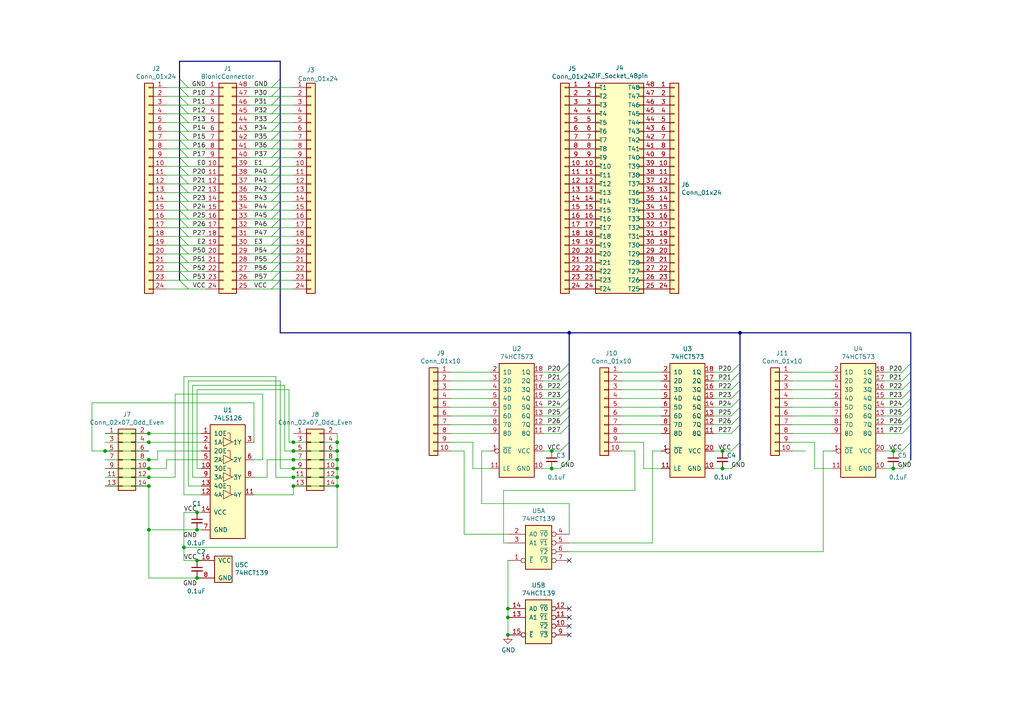
<source format=kicad_sch>
(kicad_sch (version 20211123) (generator eeschema)
  (paper "A4")
  (title_block (title "BionicMezzanine DIP48") (date "2021-11-03") (rev "1") (company "Tadashi G. Takaoka"))
  (lib_symbols
    (symbol "0-LocalLibrary:74HCT139" (pin_names (offset 1.016))
      (property "Reference" "U" (at -7.62 8.89 0))
      (property "Value" "74HCT139" (at 0 -5.08 0))
      (symbol "74HCT139_1_0"
        (pin input inverted (at -8.89 -5.08 0) (length 5.08) (name "~{E}") (number "1"))
        (pin input line (at -8.89 2.54 0) (length 5.08) (name "A0") (number "2"))
        (pin input line (at -8.89 0 0) (length 5.08) (name "A1") (number "3"))
        (pin output inverted (at 8.89 2.54 180) (length 5.08) (name "~{Y0}") (number "4"))
        (pin output inverted (at 8.89 0 180) (length 5.08) (name "~{Y1}") (number "5"))
        (pin output inverted (at 8.89 -2.54 180) (length 5.08) (name "~{Y2}") (number "6"))
        (pin output inverted (at 8.89 -5.08 180) (length 5.08) (name "~{Y3}") (number "7"))
      )
      (symbol "74HCT139_2_0"
        (pin output inverted (at 8.89 -2.54 180) (length 5.08) (name "~{Y2}") (number "10"))
        (pin output inverted (at 8.89 0 180) (length 5.08) (name "~{Y1}") (number "11"))
        (pin output inverted (at 8.89 2.54 180) (length 5.08) (name "~{Y0}") (number "12"))
        (pin input line (at -8.89 0 0) (length 5.08) (name "A1") (number "13"))
        (pin input line (at -8.89 2.54 0) (length 5.08) (name "A0") (number "14"))
        (pin input inverted (at -8.89 -5.08 0) (length 5.08) (name "~{E}") (number "15"))
        (pin output inverted (at 8.89 -5.08 180) (length 5.08) (name "~{Y3}") (number "9"))
      )
      (symbol "74HCT139_3_0"
        (pin power_in line (at -7.62 2.54 0) (length 5.08) (name "VCC") (number "16"))
        (pin power_in line (at -7.62 -2.54 0) (length 5.08) (name "GND") (number "8"))
      )
    )
    (symbol "0-LocalLibrary:74HCT573" (pin_names (offset 1.016))
      (property "Reference" "U" (at -7.62 16.51 0))
      (property "Value" "74HCT573" (at -7.62 -20.32 0))
      (symbol "74HCT573_1_0"
        (pin input inverted (at -7.62 -10.16 0) (length 2.54) (name "~{OE}") (number "1"))
        (pin power_in line (at 7.62 -15.24 180) (length 2.54) (name "GND") (number "10"))
        (pin output line (at 7.62 -5.08 180) (length 2.54) (name "8Q") (number "11"))
        (pin input line (at -7.62 -15.24 0) (length 2.54) (name "LE") (number "11"))
        (pin output line (at 7.62 -2.54 180) (length 2.54) (name "7Q") (number "12"))
        (pin output line (at 7.62 0 180) (length 2.54) (name "6Q") (number "13"))
        (pin output line (at 7.62 2.54 180) (length 2.54) (name "5Q") (number "14"))
        (pin output line (at 7.62 5.08 180) (length 2.54) (name "4Q") (number "15"))
        (pin output line (at 7.62 7.62 180) (length 2.54) (name "3Q") (number "16"))
        (pin output line (at 7.62 10.16 180) (length 2.54) (name "2Q") (number "17"))
        (pin output line (at 7.62 12.7 180) (length 2.54) (name "1Q") (number "18"))
        (pin input line (at -7.62 12.7 0) (length 2.54) (name "1D") (number "2"))
        (pin power_in line (at 7.62 -10.16 180) (length 2.54) (name "VCC") (number "20"))
        (pin input line (at -7.62 10.16 0) (length 2.54) (name "2D") (number "3"))
        (pin input line (at -7.62 7.62 0) (length 2.54) (name "3D") (number "4"))
        (pin input line (at -7.62 5.08 0) (length 2.54) (name "4D") (number "5"))
        (pin input line (at -7.62 2.54 0) (length 2.54) (name "5D") (number "6"))
        (pin input line (at -7.62 0 0) (length 2.54) (name "6D") (number "7"))
        (pin input line (at -7.62 -2.54 0) (length 2.54) (name "7D") (number "8"))
        (pin input line (at -7.62 -5.08 0) (length 2.54) (name "8D") (number "9"))
      )
    )
    (symbol "0-LocalLibrary:74LS126" (pin_names (offset 1.016))
      (property "Reference" "U" (at 0 16.51 0))
      (property "Value" "74LS126" (at 0 -19.05 0))
      (symbol "74LS126_1_0"
        (pin input line (at -7.62 12.7 0) (length 2.54) (name "1OE") (number "1"))
        (pin input line (at -7.62 2.54 0) (length 2.54) (name "3OE") (number "10"))
        (pin tri_state line (at 7.62 -5.08 180) (length 2.54) (name "4Y") (number "11"))
        (pin input line (at -7.62 -5.08 0) (length 2.54) (name "4A") (number "12"))
        (pin input line (at -7.62 -2.54 0) (length 2.54) (name "4OE") (number "13"))
        (pin power_in line (at -7.62 -10.16 0) (length 2.54) (name "VCC") (number "14"))
        (pin input line (at -7.62 10.16 0) (length 2.54) (name "1A") (number "2"))
        (pin tri_state line (at 7.62 10.16 180) (length 2.54) (name "1Y") (number "3"))
        (pin input line (at -7.62 7.62 0) (length 2.54) (name "2OE") (number "4"))
        (pin input line (at -7.62 5.08 0) (length 2.54) (name "2A") (number "5"))
        (pin tri_state line (at 7.62 5.08 180) (length 2.54) (name "2Y") (number "6"))
        (pin power_in line (at -7.62 -15.24 0) (length 2.54) (name "GND") (number "7"))
        (pin tri_state line (at 7.62 0 180) (length 2.54) (name "3Y") (number "8"))
        (pin input line (at -7.62 0 0) (length 2.54) (name "3A") (number "9"))
      )
    )
    (symbol "0-LocalLibrary:BionicConnector" (pin_names (offset 0) hide)
      (property "Reference" "J" (at 3.81 30.48 0))
      (property "Value" "BionicConnector" (at 3.81 33.02 0))
      (symbol "BionicConnector_1_1"
        (pin power_out line (at -5.08 27.94 0) (length 3.81) (name "GND") (number "1"))
        (pin bidirectional line (at -5.08 5.08 0) (length 3.81) (name "E0") (number "10"))
        (pin bidirectional line (at -5.08 2.54 0) (length 3.81) (name "P20") (number "11"))
        (pin bidirectional line (at -5.08 0 0) (length 3.81) (name "P21") (number "12"))
        (pin bidirectional line (at -5.08 -2.54 0) (length 3.81) (name "P22") (number "13"))
        (pin bidirectional line (at -5.08 -5.08 0) (length 3.81) (name "P23") (number "14"))
        (pin bidirectional line (at -5.08 -7.62 0) (length 3.81) (name "P24") (number "15"))
        (pin bidirectional line (at -5.08 -10.16 0) (length 3.81) (name "P25") (number "16"))
        (pin bidirectional line (at -5.08 -12.7 0) (length 3.81) (name "P26") (number "17"))
        (pin bidirectional line (at -5.08 -15.24 0) (length 3.81) (name "P27") (number "18"))
        (pin bidirectional line (at -5.08 -17.78 0) (length 3.81) (name "E2") (number "19"))
        (pin bidirectional line (at -5.08 25.4 0) (length 3.81) (name "P10") (number "2"))
        (pin bidirectional line (at -5.08 -20.32 0) (length 3.81) (name "P50") (number "20"))
        (pin bidirectional line (at -5.08 -22.86 0) (length 3.81) (name "P51") (number "21"))
        (pin bidirectional line (at -5.08 -25.4 0) (length 3.81) (name "P52") (number "22"))
        (pin bidirectional line (at -5.08 -27.94 0) (length 3.81) (name "P53") (number "23"))
        (pin power_out line (at -5.08 -30.48 0) (length 3.81) (name "VCC") (number "24"))
        (pin power_in line (at 7.62 -30.48 180) (length 3.81) (name "VCC") (number "25"))
        (pin bidirectional line (at 7.62 -27.94 180) (length 3.81) (name "P57") (number "26"))
        (pin bidirectional line (at 7.62 -25.4 180) (length 3.81) (name "P56") (number "27"))
        (pin bidirectional line (at 7.62 -22.86 180) (length 3.81) (name "P55") (number "28"))
        (pin bidirectional line (at 7.62 -20.32 180) (length 3.81) (name "P54") (number "29"))
        (pin bidirectional line (at -5.08 22.86 0) (length 3.81) (name "P11") (number "3"))
        (pin bidirectional line (at 7.62 -17.78 180) (length 3.81) (name "E3") (number "30"))
        (pin bidirectional line (at 7.62 -15.24 180) (length 3.81) (name "P47") (number "31"))
        (pin bidirectional line (at 7.62 -12.7 180) (length 3.81) (name "P46") (number "32"))
        (pin bidirectional line (at 7.62 -10.16 180) (length 3.81) (name "P45") (number "33"))
        (pin bidirectional line (at 7.62 -7.62 180) (length 3.81) (name "P44") (number "34"))
        (pin bidirectional line (at 7.62 -5.08 180) (length 3.81) (name "P43") (number "35"))
        (pin bidirectional line (at 7.62 -2.54 180) (length 3.81) (name "P42") (number "36"))
        (pin bidirectional line (at 7.62 0 180) (length 3.81) (name "P41") (number "37"))
        (pin bidirectional line (at 7.62 2.54 180) (length 3.81) (name "P40") (number "38"))
        (pin bidirectional line (at 7.62 5.08 180) (length 3.81) (name "E1") (number "39"))
        (pin bidirectional line (at -5.08 20.32 0) (length 3.81) (name "P12") (number "4"))
        (pin bidirectional line (at 7.62 7.62 180) (length 3.81) (name "P37") (number "40"))
        (pin bidirectional line (at 7.62 10.16 180) (length 3.81) (name "P36") (number "41"))
        (pin bidirectional line (at 7.62 12.7 180) (length 3.81) (name "P35") (number "42"))
        (pin bidirectional line (at 7.62 15.24 180) (length 3.81) (name "P34") (number "43"))
        (pin bidirectional line (at 7.62 17.78 180) (length 3.81) (name "P33") (number "44"))
        (pin bidirectional line (at 7.62 20.32 180) (length 3.81) (name "P32") (number "45"))
        (pin bidirectional line (at 7.62 22.86 180) (length 3.81) (name "P31") (number "46"))
        (pin bidirectional line (at 7.62 25.4 180) (length 3.81) (name "P30") (number "47"))
        (pin power_in line (at 7.62 27.94 180) (length 3.81) (name "GND") (number "48"))
        (pin bidirectional line (at -5.08 17.78 0) (length 3.81) (name "P13") (number "5"))
        (pin bidirectional line (at -5.08 15.24 0) (length 3.81) (name "P14") (number "6"))
        (pin bidirectional line (at -5.08 12.7 0) (length 3.81) (name "P15") (number "7"))
        (pin bidirectional line (at -5.08 10.16 0) (length 3.81) (name "P16") (number "8"))
        (pin bidirectional line (at -5.08 7.62 0) (length 3.81) (name "P17") (number "9"))
      )
    )
    (symbol "0-LocalLibrary:ZIF_Socket_48pin" (pin_names (offset 1.016))
      (property "Reference" "J" (at 5.08 30.48 0))
      (property "Value" "ZIF_Socket_48pin" (at 5.08 0 90))
      (symbol "ZIF_Socket_48pin_1_1"
        (pin passive line (at -5.08 27.94 0) (length 3.81) (name "T1") (number "1"))
        (pin passive line (at -5.08 5.08 0) (length 3.81) (name "T10") (number "10"))
        (pin passive line (at -5.08 2.54 0) (length 3.81) (name "T11") (number "11"))
        (pin passive line (at -5.08 0 0) (length 3.81) (name "T12") (number "12"))
        (pin passive line (at -5.08 -2.54 0) (length 3.81) (name "T13") (number "13"))
        (pin passive line (at -5.08 -5.08 0) (length 3.81) (name "T14") (number "14"))
        (pin passive line (at -5.08 -7.62 0) (length 3.81) (name "T15") (number "15"))
        (pin passive line (at -5.08 -10.16 0) (length 3.81) (name "T16") (number "16"))
        (pin passive line (at -5.08 -12.7 0) (length 3.81) (name "T17") (number "17"))
        (pin passive line (at -5.08 -15.24 0) (length 3.81) (name "T18") (number "18"))
        (pin passive line (at -5.08 -17.78 0) (length 3.81) (name "T19") (number "19"))
        (pin passive line (at -5.08 25.4 0) (length 3.81) (name "T2") (number "2"))
        (pin passive line (at -5.08 -20.32 0) (length 3.81) (name "T20") (number "20"))
        (pin passive line (at -5.08 -22.86 0) (length 3.81) (name "T21") (number "21"))
        (pin passive line (at -5.08 -25.4 0) (length 3.81) (name "T22") (number "22"))
        (pin passive line (at -5.08 -27.94 0) (length 3.81) (name "T23") (number "23"))
        (pin passive line (at -5.08 -30.48 0) (length 3.81) (name "T24") (number "24"))
        (pin passive line (at 16.51 -30.48 180) (length 3.81) (name "T25") (number "25"))
        (pin passive line (at 16.51 -27.94 180) (length 3.81) (name "T26") (number "26"))
        (pin passive line (at 16.51 -25.4 180) (length 3.81) (name "T27") (number "27"))
        (pin passive line (at 16.51 -22.86 180) (length 3.81) (name "T28") (number "28"))
        (pin passive line (at 16.51 -20.32 180) (length 3.81) (name "T29") (number "29"))
        (pin passive line (at -5.08 22.86 0) (length 3.81) (name "T3") (number "3"))
        (pin passive line (at 16.51 -17.78 180) (length 3.81) (name "T30") (number "30"))
        (pin passive line (at 16.51 -15.24 180) (length 3.81) (name "T31") (number "31"))
        (pin passive line (at 16.51 -12.7 180) (length 3.81) (name "T32") (number "32"))
        (pin passive line (at 16.51 -10.16 180) (length 3.81) (name "T33") (number "33"))
        (pin passive line (at 16.51 -7.62 180) (length 3.81) (name "T34") (number "34"))
        (pin passive line (at 16.51 -5.08 180) (length 3.81) (name "T35") (number "35"))
        (pin passive line (at 16.51 -2.54 180) (length 3.81) (name "T36") (number "36"))
        (pin passive line (at 16.51 0 180) (length 3.81) (name "T37") (number "37"))
        (pin passive line (at 16.51 2.54 180) (length 3.81) (name "T38") (number "38"))
        (pin passive line (at 16.51 5.08 180) (length 3.81) (name "T39") (number "39"))
        (pin passive line (at -5.08 20.32 0) (length 3.81) (name "T4") (number "4"))
        (pin passive line (at 16.51 7.62 180) (length 3.81) (name "T40") (number "40"))
        (pin passive line (at 16.51 10.16 180) (length 3.81) (name "T41") (number "41"))
        (pin passive line (at 16.51 12.7 180) (length 3.81) (name "T42") (number "42"))
        (pin passive line (at 16.51 15.24 180) (length 3.81) (name "T43") (number "43"))
        (pin passive line (at 16.51 17.78 180) (length 3.81) (name "T44") (number "44"))
        (pin passive line (at 16.51 20.32 180) (length 3.81) (name "T45") (number "45"))
        (pin passive line (at 16.51 22.86 180) (length 3.81) (name "T46") (number "46"))
        (pin passive line (at 16.51 25.4 180) (length 3.81) (name "T47") (number "47"))
        (pin passive line (at 16.51 27.94 180) (length 3.81) (name "T48") (number "48"))
        (pin passive line (at -5.08 17.78 0) (length 3.81) (name "T5") (number "5"))
        (pin passive line (at -5.08 15.24 0) (length 3.81) (name "T6") (number "6"))
        (pin passive line (at -5.08 12.7 0) (length 3.81) (name "T7") (number "7"))
        (pin passive line (at -5.08 10.16 0) (length 3.81) (name "T8") (number "8"))
        (pin passive line (at -5.08 7.62 0) (length 3.81) (name "T9") (number "9"))
      )
    )
    (symbol "Connector_Generic:Conn_01x10" (pin_names (offset 1.016) hide)
      (property "Reference" "J" (at 0 12.7 0))
      (property "Value" "Conn_01x10" (at 0 -15.24 0))
      (symbol "Conn_01x10_1_1"
        (pin passive line (at -5.08 10.16 0) (length 3.81) (name "Pin_1") (number "1"))
        (pin passive line (at -5.08 -12.7 0) (length 3.81) (name "Pin_10") (number "10"))
        (pin passive line (at -5.08 7.62 0) (length 3.81) (name "Pin_2") (number "2"))
        (pin passive line (at -5.08 5.08 0) (length 3.81) (name "Pin_3") (number "3"))
        (pin passive line (at -5.08 2.54 0) (length 3.81) (name "Pin_4") (number "4"))
        (pin passive line (at -5.08 0 0) (length 3.81) (name "Pin_5") (number "5"))
        (pin passive line (at -5.08 -2.54 0) (length 3.81) (name "Pin_6") (number "6"))
        (pin passive line (at -5.08 -5.08 0) (length 3.81) (name "Pin_7") (number "7"))
        (pin passive line (at -5.08 -7.62 0) (length 3.81) (name "Pin_8") (number "8"))
        (pin passive line (at -5.08 -10.16 0) (length 3.81) (name "Pin_9") (number "9"))
      )
    )
    (symbol "Connector_Generic:Conn_01x24" (pin_names (offset 1.016) hide)
      (property "Reference" "J" (at 0 30.48 0))
      (property "Value" "Conn_01x24" (at 0 -33.02 0))
      (symbol "Conn_01x24_1_1"
        (pin passive line (at -5.08 27.94 0) (length 3.81) (name "Pin_1") (number "1"))
        (pin passive line (at -5.08 5.08 0) (length 3.81) (name "Pin_10") (number "10"))
        (pin passive line (at -5.08 2.54 0) (length 3.81) (name "Pin_11") (number "11"))
        (pin passive line (at -5.08 0 0) (length 3.81) (name "Pin_12") (number "12"))
        (pin passive line (at -5.08 -2.54 0) (length 3.81) (name "Pin_13") (number "13"))
        (pin passive line (at -5.08 -5.08 0) (length 3.81) (name "Pin_14") (number "14"))
        (pin passive line (at -5.08 -7.62 0) (length 3.81) (name "Pin_15") (number "15"))
        (pin passive line (at -5.08 -10.16 0) (length 3.81) (name "Pin_16") (number "16"))
        (pin passive line (at -5.08 -12.7 0) (length 3.81) (name "Pin_17") (number "17"))
        (pin passive line (at -5.08 -15.24 0) (length 3.81) (name "Pin_18") (number "18"))
        (pin passive line (at -5.08 -17.78 0) (length 3.81) (name "Pin_19") (number "19"))
        (pin passive line (at -5.08 25.4 0) (length 3.81) (name "Pin_2") (number "2"))
        (pin passive line (at -5.08 -20.32 0) (length 3.81) (name "Pin_20") (number "20"))
        (pin passive line (at -5.08 -22.86 0) (length 3.81) (name "Pin_21") (number "21"))
        (pin passive line (at -5.08 -25.4 0) (length 3.81) (name "Pin_22") (number "22"))
        (pin passive line (at -5.08 -27.94 0) (length 3.81) (name "Pin_23") (number "23"))
        (pin passive line (at -5.08 -30.48 0) (length 3.81) (name "Pin_24") (number "24"))
        (pin passive line (at -5.08 22.86 0) (length 3.81) (name "Pin_3") (number "3"))
        (pin passive line (at -5.08 20.32 0) (length 3.81) (name "Pin_4") (number "4"))
        (pin passive line (at -5.08 17.78 0) (length 3.81) (name "Pin_5") (number "5"))
        (pin passive line (at -5.08 15.24 0) (length 3.81) (name "Pin_6") (number "6"))
        (pin passive line (at -5.08 12.7 0) (length 3.81) (name "Pin_7") (number "7"))
        (pin passive line (at -5.08 10.16 0) (length 3.81) (name "Pin_8") (number "8"))
        (pin passive line (at -5.08 7.62 0) (length 3.81) (name "Pin_9") (number "9"))
      )
    )
    (symbol "Connector_Generic:Conn_02x07_Odd_Even" (pin_names (offset 1.016) hide)
      (property "Reference" "J" (at 1.27 10.16 0))
      (property "Value" "Conn_02x07_Odd_Even" (at 1.27 -10.16 0))
      (symbol "Conn_02x07_Odd_Even_1_1"
        (pin passive line (at -5.08 7.62 0) (length 3.81) (name "Pin_1") (number "1"))
        (pin passive line (at 7.62 -2.54 180) (length 3.81) (name "Pin_10") (number "10"))
        (pin passive line (at -5.08 -5.08 0) (length 3.81) (name "Pin_11") (number "11"))
        (pin passive line (at 7.62 -5.08 180) (length 3.81) (name "Pin_12") (number "12"))
        (pin passive line (at -5.08 -7.62 0) (length 3.81) (name "Pin_13") (number "13"))
        (pin passive line (at 7.62 -7.62 180) (length 3.81) (name "Pin_14") (number "14"))
        (pin passive line (at 7.62 7.62 180) (length 3.81) (name "Pin_2") (number "2"))
        (pin passive line (at -5.08 5.08 0) (length 3.81) (name "Pin_3") (number "3"))
        (pin passive line (at 7.62 5.08 180) (length 3.81) (name "Pin_4") (number "4"))
        (pin passive line (at -5.08 2.54 0) (length 3.81) (name "Pin_5") (number "5"))
        (pin passive line (at 7.62 2.54 180) (length 3.81) (name "Pin_6") (number "6"))
        (pin passive line (at -5.08 0 0) (length 3.81) (name "Pin_7") (number "7"))
        (pin passive line (at 7.62 0 180) (length 3.81) (name "Pin_8") (number "8"))
        (pin passive line (at -5.08 -2.54 0) (length 3.81) (name "Pin_9") (number "9"))
      )
    )
    (symbol "Device:C_Small" (pin_numbers hide) (pin_names (offset 0.254) hide)
      (property "Reference" "C" (at 0.254 1.778 0))
      (property "Value" "C_Small" (at 0.254 -2.032 0))
      (symbol "C_Small_1_1"
        (pin passive line (at 0 2.54 270) (length 2.032) (name "~") (number "1"))
        (pin passive line (at 0 -2.54 90) (length 2.032) (name "~") (number "2"))
      )
    )
    (symbol "power:GND" (power) (pin_names (offset 0))
      (property "Value" "GND" (at 0 -3.81 0))
      (symbol "GND_1_1"
        (pin power_in line (at 0 0 270) (length 0) hide (name "GND") (number "1"))
      )
    )
    (symbol "power:VCC" (power) (pin_names (offset 0))
      (property "Value" "VCC" (at 0 3.81 0))
      (symbol "VCC_1_1"
        (pin power_in line (at 0 0 90) (length 0) hide (name "VCC") (number "1"))
      )
    )
  )
  (junction (at 97.79 128.27))
  (junction (at 214.63 96.52))
  (junction (at 160.02 135.89))
  (junction (at 43.18 133.35))
  (junction (at 97.79 135.89))
  (junction (at 97.79 130.81))
  (junction (at 43.18 128.27))
  (junction (at 97.79 138.43))
  (junction (at 57.15 162.56))
  (junction (at 43.18 125.73))
  (junction (at 97.79 133.35))
  (junction (at 57.15 153.67))
  (junction (at 85.09 133.35))
  (junction (at 209.55 135.89))
  (junction (at 43.18 153.67))
  (junction (at 43.18 138.43))
  (junction (at 160.02 130.81))
  (junction (at 165.1 96.52))
  (junction (at 85.09 130.81))
  (junction (at 57.15 167.64))
  (junction (at 53.34 158.75))
  (junction (at 85.09 138.43))
  (junction (at 85.09 135.89))
  (junction (at 147.32 179.07))
  (junction (at 259.08 135.89))
  (junction (at 147.32 184.15))
  (junction (at 57.15 148.59))
  (junction (at 97.79 140.97))
  (junction (at 43.18 135.89))
  (junction (at 85.09 140.97))
  (junction (at 147.32 176.53))
  (junction (at 43.18 140.97))
  (junction (at 30.48 130.81))
  (junction (at 209.55 130.81))
  (junction (at 85.09 128.27))
  (junction (at 259.08 130.81))
  (no_connect (at 165.1 162.56))
  (no_connect (at 165.1 179.07))
  (no_connect (at 165.1 184.15))
  (no_connect (at 165.1 176.53))
  (no_connect (at 165.1 181.61))
  (bus_entry (at 214.63 113.03) (size -2.54 2.54))
  (bus_entry (at 52.07 73.66) (size 2.54 2.54))
  (bus_entry (at 52.07 71.12) (size 2.54 2.54))
  (bus_entry (at 261.62 135.89) (size 2.54 -2.54))
  (bus_entry (at 264.16 105.41) (size -2.54 2.54))
  (bus_entry (at 81.28 27.94) (size -2.54 2.54))
  (bus_entry (at 52.07 55.88) (size 2.54 2.54))
  (bus_entry (at 81.28 71.12) (size -2.54 2.54))
  (bus_entry (at 165.1 115.57) (size -2.54 2.54))
  (bus_entry (at 81.28 73.66) (size -2.54 2.54))
  (bus_entry (at 52.07 22.86) (size 2.54 2.54))
  (bus_entry (at 165.1 110.49) (size -2.54 2.54))
  (bus_entry (at 165.1 105.41) (size -2.54 2.54))
  (bus_entry (at 81.28 60.96) (size -2.54 2.54))
  (bus_entry (at 214.63 115.57) (size -2.54 2.54))
  (bus_entry (at 81.28 45.72) (size -2.54 2.54))
  (bus_entry (at 52.07 40.64) (size 2.54 2.54))
  (bus_entry (at 162.56 135.89) (size 2.54 -2.54))
  (bus_entry (at 81.28 66.04) (size -2.54 2.54))
  (bus_entry (at 52.07 35.56) (size 2.54 2.54))
  (bus_entry (at 162.56 130.81) (size 2.54 -2.54))
  (bus_entry (at 81.28 35.56) (size -2.54 2.54))
  (bus_entry (at 52.07 38.1) (size 2.54 2.54))
  (bus_entry (at 52.07 43.18) (size 2.54 2.54))
  (bus_entry (at 264.16 120.65) (size -2.54 2.54))
  (bus_entry (at 52.07 66.04) (size 2.54 2.54))
  (bus_entry (at 52.07 68.58) (size 2.54 2.54))
  (bus_entry (at 52.07 30.48) (size 2.54 2.54))
  (bus_entry (at 264.16 107.95) (size -2.54 2.54))
  (bus_entry (at 264.16 115.57) (size -2.54 2.54))
  (bus_entry (at 165.1 120.65) (size -2.54 2.54))
  (bus_entry (at 261.62 130.81) (size 2.54 -2.54))
  (bus_entry (at 52.07 58.42) (size 2.54 2.54))
  (bus_entry (at 165.1 113.03) (size -2.54 2.54))
  (bus_entry (at 165.1 123.19) (size -2.54 2.54))
  (bus_entry (at 52.07 27.94) (size 2.54 2.54))
  (bus_entry (at 81.28 76.2) (size -2.54 2.54))
  (bus_entry (at 81.28 38.1) (size -2.54 2.54))
  (bus_entry (at 81.28 55.88) (size -2.54 2.54))
  (bus_entry (at 214.63 123.19) (size -2.54 2.54))
  (bus_entry (at 165.1 107.95) (size -2.54 2.54))
  (bus_entry (at 81.28 53.34) (size -2.54 2.54))
  (bus_entry (at 214.63 110.49) (size -2.54 2.54))
  (bus_entry (at 81.28 22.86) (size -2.54 2.54))
  (bus_entry (at 52.07 33.02) (size 2.54 2.54))
  (bus_entry (at 52.07 60.96) (size 2.54 2.54))
  (bus_entry (at 81.28 30.48) (size -2.54 2.54))
  (bus_entry (at 264.16 123.19) (size -2.54 2.54))
  (bus_entry (at 52.07 81.28) (size 2.54 2.54))
  (bus_entry (at 212.09 135.89) (size 2.54 -2.54))
  (bus_entry (at 212.09 130.81) (size 2.54 -2.54))
  (bus_entry (at 52.07 53.34) (size 2.54 2.54))
  (bus_entry (at 52.07 78.74) (size 2.54 2.54))
  (bus_entry (at 264.16 110.49) (size -2.54 2.54))
  (bus_entry (at 81.28 78.74) (size -2.54 2.54))
  (bus_entry (at 165.1 118.11) (size -2.54 2.54))
  (bus_entry (at 264.16 118.11) (size -2.54 2.54))
  (bus_entry (at 81.28 58.42) (size -2.54 2.54))
  (bus_entry (at 52.07 45.72) (size 2.54 2.54))
  (bus_entry (at 52.07 25.4) (size 2.54 2.54))
  (bus_entry (at 81.28 68.58) (size -2.54 2.54))
  (bus_entry (at 81.28 48.26) (size -2.54 2.54))
  (bus_entry (at 81.28 43.18) (size -2.54 2.54))
  (bus_entry (at 81.28 25.4) (size -2.54 2.54))
  (bus_entry (at 264.16 113.03) (size -2.54 2.54))
  (bus_entry (at 81.28 81.28) (size -2.54 2.54))
  (bus_entry (at 52.07 48.26) (size 2.54 2.54))
  (bus_entry (at 52.07 50.8) (size 2.54 2.54))
  (bus_entry (at 81.28 33.02) (size -2.54 2.54))
  (bus_entry (at 52.07 63.5) (size 2.54 2.54))
  (bus_entry (at 81.28 63.5) (size -2.54 2.54))
  (bus_entry (at 81.28 40.64) (size -2.54 2.54))
  (bus_entry (at 214.63 118.11) (size -2.54 2.54))
  (bus_entry (at 214.63 120.65) (size -2.54 2.54))
  (bus_entry (at 52.07 76.2) (size 2.54 2.54))
  (bus_entry (at 214.63 105.41) (size -2.54 2.54))
  (bus_entry (at 214.63 107.95) (size -2.54 2.54))
  (bus_entry (at 81.28 50.8) (size -2.54 2.54))
  (wire (pts (xy 54.61 50.8) (xy 59.69 50.8)))
  (wire (pts (xy 72.39 45.72) (xy 78.74 45.72)))
  (wire (pts (xy 58.42 162.56) (xy 57.15 162.56)))
  (wire (pts (xy 157.48 118.11) (xy 162.56 118.11)))
  (wire (pts (xy 72.39 81.28) (xy 78.74 81.28)))
  (wire (pts (xy 78.74 38.1) (xy 81.28 38.1)))
  (wire (pts (xy 81.28 76.2) (xy 85.09 76.2)))
  (wire (pts (xy 72.39 71.12) (xy 78.74 71.12)))
  (wire (pts (xy 54.61 40.64) (xy 59.69 40.64)))
  (wire (pts (xy 43.18 128.27) (xy 30.48 128.27)))
  (wire (pts (xy 43.18 153.67) (xy 57.15 153.67)))
  (wire (pts (xy 81.28 110.49) (xy 81.28 135.89)))
  (bus (pts (xy 52.07 35.56) (xy 52.07 38.1)))
  (wire (pts (xy 52.07 27.94) (xy 54.61 27.94)))
  (wire (pts (xy 130.81 118.11) (xy 142.24 118.11)))
  (wire (pts (xy 52.07 55.88) (xy 54.61 55.88)))
  (bus (pts (xy 81.28 48.26) (xy 81.28 50.8)))
  (wire (pts (xy 52.07 66.04) (xy 54.61 66.04)))
  (wire (pts (xy 52.07 76.2) (xy 54.61 76.2)))
  (wire (pts (xy 53.34 148.59) (xy 57.15 148.59)))
  (bus (pts (xy 52.07 50.8) (xy 52.07 53.34)))
  (wire (pts (xy 78.74 68.58) (xy 81.28 68.58)))
  (wire (pts (xy 48.26 45.72) (xy 52.07 45.72)))
  (wire (pts (xy 81.28 30.48) (xy 85.09 30.48)))
  (wire (pts (xy 54.61 81.28) (xy 59.69 81.28)))
  (bus (pts (xy 52.07 76.2) (xy 52.07 78.74)))
  (wire (pts (xy 157.48 125.73) (xy 162.56 125.73)))
  (wire (pts (xy 48.26 27.94) (xy 52.07 27.94)))
  (wire (pts (xy 78.74 66.04) (xy 81.28 66.04)))
  (wire (pts (xy 78.74 58.42) (xy 81.28 58.42)))
  (bus (pts (xy 214.63 120.65) (xy 214.63 123.19)))
  (bus (pts (xy 264.16 123.19) (xy 264.16 128.27)))
  (wire (pts (xy 72.39 30.48) (xy 78.74 30.48)))
  (wire (pts (xy 57.15 135.89) (xy 57.15 113.03)))
  (bus (pts (xy 81.28 17.78) (xy 81.28 22.86)))
  (wire (pts (xy 43.18 167.64) (xy 57.15 167.64)))
  (wire (pts (xy 256.54 113.03) (xy 261.62 113.03)))
  (wire (pts (xy 229.87 107.95) (xy 241.3 107.95)))
  (wire (pts (xy 78.74 25.4) (xy 81.28 25.4)))
  (bus (pts (xy 81.28 73.66) (xy 81.28 76.2)))
  (wire (pts (xy 78.74 81.28) (xy 81.28 81.28)))
  (wire (pts (xy 48.26 60.96) (xy 52.07 60.96)))
  (bus (pts (xy 52.07 60.96) (xy 52.07 63.5)))
  (wire (pts (xy 81.28 63.5) (xy 85.09 63.5)))
  (wire (pts (xy 241.3 130.81) (xy 238.76 130.81)))
  (wire (pts (xy 48.26 50.8) (xy 52.07 50.8)))
  (wire (pts (xy 184.15 142.24) (xy 146.05 142.24)))
  (wire (pts (xy 72.39 35.56) (xy 78.74 35.56)))
  (wire (pts (xy 97.79 133.35) (xy 97.79 135.89)))
  (wire (pts (xy 55.88 111.76) (xy 82.55 111.76)))
  (wire (pts (xy 81.28 25.4) (xy 85.09 25.4)))
  (wire (pts (xy 85.09 143.51) (xy 85.09 140.97)))
  (wire (pts (xy 54.61 35.56) (xy 59.69 35.56)))
  (bus (pts (xy 165.1 118.11) (xy 165.1 120.65)))
  (wire (pts (xy 78.74 50.8) (xy 81.28 50.8)))
  (wire (pts (xy 130.81 115.57) (xy 142.24 115.57)))
  (wire (pts (xy 52.07 30.48) (xy 54.61 30.48)))
  (wire (pts (xy 157.48 115.57) (xy 162.56 115.57)))
  (bus (pts (xy 81.28 50.8) (xy 81.28 53.34)))
  (bus (pts (xy 165.1 128.27) (xy 165.1 133.35)))
  (wire (pts (xy 54.61 53.34) (xy 59.69 53.34)))
  (wire (pts (xy 48.26 78.74) (xy 52.07 78.74)))
  (wire (pts (xy 76.2 133.35) (xy 76.2 114.3)))
  (wire (pts (xy 30.48 140.97) (xy 43.18 140.97)))
  (wire (pts (xy 160.02 130.81) (xy 162.56 130.81)))
  (wire (pts (xy 81.28 81.28) (xy 85.09 81.28)))
  (wire (pts (xy 85.09 135.89) (xy 97.79 135.89)))
  (wire (pts (xy 48.26 71.12) (xy 52.07 71.12)))
  (wire (pts (xy 72.39 33.02) (xy 78.74 33.02)))
  (bus (pts (xy 214.63 115.57) (xy 214.63 118.11)))
  (wire (pts (xy 54.61 43.18) (xy 59.69 43.18)))
  (wire (pts (xy 72.39 50.8) (xy 78.74 50.8)))
  (wire (pts (xy 165.1 146.05) (xy 165.1 154.94)))
  (bus (pts (xy 214.63 96.52) (xy 214.63 105.41)))
  (wire (pts (xy 134.62 130.81) (xy 134.62 154.94)))
  (bus (pts (xy 52.07 17.78) (xy 52.07 22.86)))
  (wire (pts (xy 58.42 148.59) (xy 57.15 148.59)))
  (wire (pts (xy 81.28 43.18) (xy 85.09 43.18)))
  (wire (pts (xy 54.61 30.48) (xy 59.69 30.48)))
  (bus (pts (xy 214.63 105.41) (xy 214.63 107.95)))
  (wire (pts (xy 139.7 130.81) (xy 139.7 146.05)))
  (wire (pts (xy 57.15 113.03) (xy 83.82 113.03)))
  (bus (pts (xy 214.63 113.03) (xy 214.63 115.57)))
  (wire (pts (xy 72.39 27.94) (xy 78.74 27.94)))
  (wire (pts (xy 256.54 123.19) (xy 261.62 123.19)))
  (wire (pts (xy 72.39 78.74) (xy 78.74 78.74)))
  (wire (pts (xy 72.39 25.4) (xy 78.74 25.4)))
  (wire (pts (xy 256.54 110.49) (xy 261.62 110.49)))
  (bus (pts (xy 264.16 128.27) (xy 264.16 133.35)))
  (bus (pts (xy 81.28 43.18) (xy 81.28 45.72)))
  (bus (pts (xy 165.1 96.52) (xy 165.1 105.41)))
  (wire (pts (xy 78.74 35.56) (xy 81.28 35.56)))
  (wire (pts (xy 48.26 55.88) (xy 52.07 55.88)))
  (wire (pts (xy 81.28 45.72) (xy 85.09 45.72)))
  (wire (pts (xy 81.28 71.12) (xy 85.09 71.12)))
  (wire (pts (xy 72.39 76.2) (xy 78.74 76.2)))
  (wire (pts (xy 78.74 30.48) (xy 81.28 30.48)))
  (wire (pts (xy 146.05 142.24) (xy 146.05 157.48)))
  (wire (pts (xy 50.8 114.3) (xy 50.8 138.43)))
  (wire (pts (xy 78.74 55.88) (xy 81.28 55.88)))
  (wire (pts (xy 52.07 45.72) (xy 54.61 45.72)))
  (wire (pts (xy 229.87 130.81) (xy 233.68 130.81)))
  (wire (pts (xy 78.74 71.12) (xy 81.28 71.12)))
  (wire (pts (xy 45.72 130.81) (xy 58.42 130.81)))
  (wire (pts (xy 54.61 48.26) (xy 59.69 48.26)))
  (bus (pts (xy 81.28 38.1) (xy 81.28 40.64)))
  (wire (pts (xy 52.07 48.26) (xy 54.61 48.26)))
  (wire (pts (xy 48.26 40.64) (xy 52.07 40.64)))
  (wire (pts (xy 180.34 118.11) (xy 191.77 118.11)))
  (wire (pts (xy 97.79 133.35) (xy 85.09 133.35)))
  (wire (pts (xy 54.61 73.66) (xy 59.69 73.66)))
  (bus (pts (xy 165.1 107.95) (xy 165.1 110.49)))
  (wire (pts (xy 48.26 38.1) (xy 52.07 38.1)))
  (wire (pts (xy 78.74 83.82) (xy 85.09 83.82)))
  (wire (pts (xy 48.26 43.18) (xy 52.07 43.18)))
  (wire (pts (xy 81.28 73.66) (xy 85.09 73.66)))
  (wire (pts (xy 54.61 38.1) (xy 59.69 38.1)))
  (wire (pts (xy 43.18 138.43) (xy 30.48 138.43)))
  (wire (pts (xy 207.01 123.19) (xy 212.09 123.19)))
  (wire (pts (xy 55.88 138.43) (xy 55.88 111.76)))
  (wire (pts (xy 58.42 133.35) (xy 48.26 133.35)))
  (bus (pts (xy 52.07 17.78) (xy 81.28 17.78)))
  (wire (pts (xy 180.34 113.03) (xy 191.77 113.03)))
  (wire (pts (xy 207.01 110.49) (xy 212.09 110.49)))
  (wire (pts (xy 52.07 60.96) (xy 54.61 60.96)))
  (wire (pts (xy 52.07 68.58) (xy 54.61 68.58)))
  (wire (pts (xy 52.07 81.28) (xy 54.61 81.28)))
  (wire (pts (xy 165.1 160.02) (xy 238.76 160.02)))
  (bus (pts (xy 165.1 113.03) (xy 165.1 115.57)))
  (wire (pts (xy 137.16 135.89) (xy 142.24 135.89)))
  (bus (pts (xy 52.07 45.72) (xy 52.07 48.26)))
  (bus (pts (xy 81.28 35.56) (xy 81.28 38.1)))
  (wire (pts (xy 52.07 38.1) (xy 54.61 38.1)))
  (wire (pts (xy 57.15 167.64) (xy 58.42 167.64)))
  (wire (pts (xy 77.47 133.35) (xy 85.09 133.35)))
  (bus (pts (xy 264.16 96.52) (xy 214.63 96.52)))
  (wire (pts (xy 78.74 40.64) (xy 81.28 40.64)))
  (wire (pts (xy 256.54 115.57) (xy 261.62 115.57)))
  (bus (pts (xy 81.28 68.58) (xy 81.28 71.12)))
  (wire (pts (xy 78.74 45.72) (xy 81.28 45.72)))
  (wire (pts (xy 229.87 120.65) (xy 241.3 120.65)))
  (wire (pts (xy 209.55 135.89) (xy 212.09 135.89)))
  (bus (pts (xy 81.28 30.48) (xy 81.28 33.02)))
  (wire (pts (xy 58.42 138.43) (xy 55.88 138.43)))
  (bus (pts (xy 81.28 45.72) (xy 81.28 48.26)))
  (wire (pts (xy 54.61 66.04) (xy 59.69 66.04)))
  (bus (pts (xy 165.1 105.41) (xy 165.1 107.95)))
  (wire (pts (xy 78.74 43.18) (xy 81.28 43.18)))
  (wire (pts (xy 81.28 135.89) (xy 85.09 135.89)))
  (wire (pts (xy 157.48 135.89) (xy 160.02 135.89)))
  (wire (pts (xy 48.26 81.28) (xy 52.07 81.28)))
  (wire (pts (xy 48.26 48.26) (xy 52.07 48.26)))
  (wire (pts (xy 186.69 135.89) (xy 191.77 135.89)))
  (wire (pts (xy 52.07 40.64) (xy 54.61 40.64)))
  (wire (pts (xy 207.01 113.03) (xy 212.09 113.03)))
  (bus (pts (xy 81.28 40.64) (xy 81.28 43.18)))
  (wire (pts (xy 180.34 120.65) (xy 191.77 120.65)))
  (wire (pts (xy 157.48 130.81) (xy 160.02 130.81)))
  (wire (pts (xy 30.48 125.73) (xy 43.18 125.73)))
  (bus (pts (xy 81.28 33.02) (xy 81.28 35.56)))
  (wire (pts (xy 77.47 138.43) (xy 73.66 138.43)))
  (wire (pts (xy 81.28 38.1) (xy 85.09 38.1)))
  (wire (pts (xy 48.26 66.04) (xy 52.07 66.04)))
  (wire (pts (xy 78.74 27.94) (xy 81.28 27.94)))
  (bus (pts (xy 264.16 96.52) (xy 264.16 105.41)))
  (wire (pts (xy 184.15 130.81) (xy 184.15 142.24)))
  (wire (pts (xy 54.61 76.2) (xy 59.69 76.2)))
  (wire (pts (xy 52.07 58.42) (xy 54.61 58.42)))
  (wire (pts (xy 53.34 109.22) (xy 53.34 143.51)))
  (bus (pts (xy 52.07 38.1) (xy 52.07 40.64)))
  (wire (pts (xy 165.1 157.48) (xy 189.23 157.48)))
  (wire (pts (xy 54.61 58.42) (xy 59.69 58.42)))
  (bus (pts (xy 165.1 110.49) (xy 165.1 113.03)))
  (wire (pts (xy 81.28 60.96) (xy 85.09 60.96)))
  (wire (pts (xy 97.79 158.75) (xy 53.34 158.75)))
  (bus (pts (xy 264.16 110.49) (xy 264.16 113.03)))
  (wire (pts (xy 97.79 125.73) (xy 97.79 128.27)))
  (wire (pts (xy 54.61 68.58) (xy 59.69 68.58)))
  (wire (pts (xy 48.26 73.66) (xy 52.07 73.66)))
  (wire (pts (xy 48.26 133.35) (xy 48.26 135.89)))
  (wire (pts (xy 147.32 176.53) (xy 147.32 162.56)))
  (wire (pts (xy 76.2 114.3) (xy 50.8 114.3)))
  (wire (pts (xy 81.28 66.04) (xy 85.09 66.04)))
  (wire (pts (xy 236.22 128.27) (xy 236.22 135.89)))
  (wire (pts (xy 54.61 55.88) (xy 59.69 55.88)))
  (wire (pts (xy 97.79 135.89) (xy 97.79 138.43)))
  (bus (pts (xy 81.28 22.86) (xy 81.28 25.4)))
  (wire (pts (xy 81.28 50.8) (xy 85.09 50.8)))
  (wire (pts (xy 81.28 35.56) (xy 85.09 35.56)))
  (wire (pts (xy 207.01 115.57) (xy 212.09 115.57)))
  (wire (pts (xy 207.01 135.89) (xy 209.55 135.89)))
  (wire (pts (xy 54.61 110.49) (xy 81.28 110.49)))
  (wire (pts (xy 72.39 55.88) (xy 78.74 55.88)))
  (wire (pts (xy 78.74 33.02) (xy 81.28 33.02)))
  (wire (pts (xy 53.34 143.51) (xy 58.42 143.51)))
  (bus (pts (xy 52.07 40.64) (xy 52.07 43.18)))
  (wire (pts (xy 97.79 140.97) (xy 97.79 158.75)))
  (bus (pts (xy 52.07 25.4) (xy 52.07 27.94)))
  (wire (pts (xy 180.34 115.57) (xy 191.77 115.57)))
  (wire (pts (xy 81.28 48.26) (xy 85.09 48.26)))
  (wire (pts (xy 207.01 118.11) (xy 212.09 118.11)))
  (bus (pts (xy 214.63 118.11) (xy 214.63 120.65)))
  (wire (pts (xy 180.34 130.81) (xy 184.15 130.81)))
  (wire (pts (xy 52.07 35.56) (xy 54.61 35.56)))
  (bus (pts (xy 214.63 96.52) (xy 165.1 96.52)))
  (wire (pts (xy 54.61 71.12) (xy 59.69 71.12)))
  (wire (pts (xy 52.07 33.02) (xy 54.61 33.02)))
  (wire (pts (xy 256.54 120.65) (xy 261.62 120.65)))
  (bus (pts (xy 214.63 110.49) (xy 214.63 113.03)))
  (bus (pts (xy 214.63 123.19) (xy 214.63 128.27)))
  (wire (pts (xy 81.28 27.94) (xy 85.09 27.94)))
  (wire (pts (xy 73.66 143.51) (xy 85.09 143.51)))
  (wire (pts (xy 72.39 60.96) (xy 78.74 60.96)))
  (wire (pts (xy 180.34 123.19) (xy 191.77 123.19)))
  (wire (pts (xy 207.01 120.65) (xy 212.09 120.65)))
  (wire (pts (xy 78.74 48.26) (xy 81.28 48.26)))
  (wire (pts (xy 157.48 113.03) (xy 162.56 113.03)))
  (wire (pts (xy 229.87 113.03) (xy 241.3 113.03)))
  (wire (pts (xy 81.28 78.74) (xy 85.09 78.74)))
  (bus (pts (xy 81.28 27.94) (xy 81.28 30.48)))
  (wire (pts (xy 209.55 130.81) (xy 212.09 130.81)))
  (wire (pts (xy 26.67 116.84) (xy 26.67 130.81)))
  (wire (pts (xy 54.61 25.4) (xy 59.69 25.4)))
  (bus (pts (xy 52.07 48.26) (xy 52.07 50.8)))
  (bus (pts (xy 52.07 71.12) (xy 52.07 73.66)))
  (wire (pts (xy 72.39 48.26) (xy 78.74 48.26)))
  (wire (pts (xy 81.28 58.42) (xy 85.09 58.42)))
  (wire (pts (xy 80.01 109.22) (xy 53.34 109.22)))
  (wire (pts (xy 157.48 107.95) (xy 162.56 107.95)))
  (wire (pts (xy 256.54 135.89) (xy 259.08 135.89)))
  (wire (pts (xy 142.24 130.81) (xy 139.7 130.81)))
  (wire (pts (xy 238.76 130.81) (xy 238.76 160.02)))
  (wire (pts (xy 54.61 33.02) (xy 59.69 33.02)))
  (wire (pts (xy 72.39 38.1) (xy 78.74 38.1)))
  (wire (pts (xy 48.26 63.5) (xy 52.07 63.5)))
  (bus (pts (xy 81.28 76.2) (xy 81.28 78.74)))
  (wire (pts (xy 78.74 53.34) (xy 81.28 53.34)))
  (wire (pts (xy 78.74 76.2) (xy 81.28 76.2)))
  (wire (pts (xy 48.26 58.42) (xy 52.07 58.42)))
  (bus (pts (xy 165.1 123.19) (xy 165.1 128.27)))
  (wire (pts (xy 207.01 130.81) (xy 209.55 130.81)))
  (wire (pts (xy 54.61 140.97) (xy 54.61 110.49)))
  (wire (pts (xy 78.74 63.5) (xy 81.28 63.5)))
  (bus (pts (xy 52.07 33.02) (xy 52.07 35.56)))
  (wire (pts (xy 137.16 128.27) (xy 137.16 135.89)))
  (bus (pts (xy 81.28 81.28) (xy 81.28 96.52)))
  (wire (pts (xy 229.87 123.19) (xy 241.3 123.19)))
  (bus (pts (xy 264.16 107.95) (xy 264.16 110.49)))
  (wire (pts (xy 48.26 83.82) (xy 54.61 83.82)))
  (wire (pts (xy 146.05 157.48) (xy 147.32 157.48)))
  (wire (pts (xy 256.54 130.81) (xy 259.08 130.81)))
  (wire (pts (xy 256.54 107.95) (xy 261.62 107.95)))
  (wire (pts (xy 130.81 128.27) (xy 137.16 128.27)))
  (wire (pts (xy 48.26 53.34) (xy 52.07 53.34)))
  (wire (pts (xy 236.22 135.89) (xy 241.3 135.89)))
  (wire (pts (xy 43.18 153.67) (xy 43.18 167.64)))
  (wire (pts (xy 81.28 53.34) (xy 85.09 53.34)))
  (wire (pts (xy 57.15 153.67) (xy 58.42 153.67)))
  (wire (pts (xy 97.79 140.97) (xy 85.09 140.97)))
  (wire (pts (xy 48.26 68.58) (xy 52.07 68.58)))
  (bus (pts (xy 264.16 105.41) (xy 264.16 107.95)))
  (wire (pts (xy 52.07 50.8) (xy 54.61 50.8)))
  (bus (pts (xy 81.28 55.88) (xy 81.28 58.42)))
  (wire (pts (xy 256.54 125.73) (xy 261.62 125.73)))
  (wire (pts (xy 54.61 27.94) (xy 59.69 27.94)))
  (wire (pts (xy 180.34 125.73) (xy 191.77 125.73)))
  (wire (pts (xy 81.28 55.88) (xy 85.09 55.88)))
  (wire (pts (xy 52.07 53.34) (xy 54.61 53.34)))
  (wire (pts (xy 81.28 33.02) (xy 85.09 33.02)))
  (wire (pts (xy 48.26 35.56) (xy 52.07 35.56)))
  (wire (pts (xy 72.39 58.42) (xy 78.74 58.42)))
  (wire (pts (xy 82.55 111.76) (xy 82.55 130.81)))
  (wire (pts (xy 83.82 128.27) (xy 85.09 128.27)))
  (wire (pts (xy 72.39 83.82) (xy 78.74 83.82)))
  (wire (pts (xy 43.18 133.35) (xy 30.48 133.35)))
  (bus (pts (xy 81.28 60.96) (xy 81.28 63.5)))
  (wire (pts (xy 43.18 128.27) (xy 58.42 128.27)))
  (wire (pts (xy 48.26 76.2) (xy 52.07 76.2)))
  (bus (pts (xy 81.28 96.52) (xy 165.1 96.52)))
  (wire (pts (xy 186.69 128.27) (xy 186.69 135.89)))
  (wire (pts (xy 229.87 118.11) (xy 241.3 118.11)))
  (bus (pts (xy 165.1 115.57) (xy 165.1 118.11)))
  (wire (pts (xy 77.47 138.43) (xy 77.47 133.35)))
  (wire (pts (xy 97.79 130.81) (xy 97.79 133.35)))
  (wire (pts (xy 54.61 60.96) (xy 59.69 60.96)))
  (bus (pts (xy 52.07 30.48) (xy 52.07 33.02)))
  (wire (pts (xy 191.77 130.81) (xy 189.23 130.81)))
  (wire (pts (xy 82.55 130.81) (xy 85.09 130.81)))
  (wire (pts (xy 83.82 113.03) (xy 83.82 128.27)))
  (wire (pts (xy 73.66 116.84) (xy 26.67 116.84)))
  (wire (pts (xy 78.74 60.96) (xy 81.28 60.96)))
  (wire (pts (xy 130.81 123.19) (xy 142.24 123.19)))
  (bus (pts (xy 81.28 25.4) (xy 81.28 27.94)))
  (wire (pts (xy 180.34 128.27) (xy 186.69 128.27)))
  (wire (pts (xy 53.34 158.75) (xy 53.34 162.56)))
  (wire (pts (xy 229.87 115.57) (xy 241.3 115.57)))
  (wire (pts (xy 43.18 140.97) (xy 43.18 153.67)))
  (wire (pts (xy 130.81 120.65) (xy 142.24 120.65)))
  (bus (pts (xy 52.07 73.66) (xy 52.07 76.2)))
  (wire (pts (xy 85.09 138.43) (xy 80.01 138.43)))
  (wire (pts (xy 26.67 130.81) (xy 30.48 130.81)))
  (bus (pts (xy 52.07 78.74) (xy 52.07 81.28)))
  (wire (pts (xy 130.81 113.03) (xy 142.24 113.03)))
  (wire (pts (xy 58.42 140.97) (xy 54.61 140.97)))
  (bus (pts (xy 264.16 113.03) (xy 264.16 115.57)))
  (bus (pts (xy 81.28 63.5) (xy 81.28 66.04)))
  (wire (pts (xy 30.48 135.89) (xy 43.18 135.89)))
  (wire (pts (xy 54.61 78.74) (xy 59.69 78.74)))
  (wire (pts (xy 147.32 179.07) (xy 147.32 184.15)))
  (wire (pts (xy 180.34 110.49) (xy 191.77 110.49)))
  (bus (pts (xy 81.28 78.74) (xy 81.28 81.28)))
  (wire (pts (xy 130.81 125.73) (xy 142.24 125.73)))
  (wire (pts (xy 53.34 162.56) (xy 57.15 162.56)))
  (wire (pts (xy 97.79 138.43) (xy 85.09 138.43)))
  (wire (pts (xy 97.79 128.27) (xy 97.79 130.81)))
  (wire (pts (xy 73.66 128.27) (xy 73.66 116.84)))
  (bus (pts (xy 81.28 71.12) (xy 81.28 73.66)))
  (wire (pts (xy 85.09 128.27) (xy 97.79 128.27)))
  (wire (pts (xy 256.54 118.11) (xy 261.62 118.11)))
  (wire (pts (xy 72.39 68.58) (xy 78.74 68.58)))
  (wire (pts (xy 80.01 138.43) (xy 80.01 109.22)))
  (wire (pts (xy 229.87 110.49) (xy 241.3 110.49)))
  (wire (pts (xy 30.48 130.81) (xy 43.18 130.81)))
  (wire (pts (xy 78.74 78.74) (xy 81.28 78.74)))
  (bus (pts (xy 52.07 68.58) (xy 52.07 71.12)))
  (bus (pts (xy 81.28 66.04) (xy 81.28 68.58)))
  (wire (pts (xy 54.61 83.82) (xy 59.69 83.82)))
  (wire (pts (xy 85.09 130.81) (xy 97.79 130.81)))
  (wire (pts (xy 52.07 73.66) (xy 54.61 73.66)))
  (wire (pts (xy 52.07 63.5) (xy 54.61 63.5)))
  (wire (pts (xy 50.8 138.43) (xy 43.18 138.43)))
  (bus (pts (xy 52.07 58.42) (xy 52.07 60.96)))
  (wire (pts (xy 207.01 107.95) (xy 212.09 107.95)))
  (wire (pts (xy 259.08 135.89) (xy 261.62 135.89)))
  (wire (pts (xy 54.61 45.72) (xy 59.69 45.72)))
  (wire (pts (xy 52.07 43.18) (xy 54.61 43.18)))
  (wire (pts (xy 259.08 130.81) (xy 261.62 130.81)))
  (bus (pts (xy 81.28 53.34) (xy 81.28 55.88)))
  (wire (pts (xy 54.61 63.5) (xy 59.69 63.5)))
  (wire (pts (xy 147.32 154.94) (xy 134.62 154.94)))
  (wire (pts (xy 130.81 130.81) (xy 134.62 130.81)))
  (wire (pts (xy 157.48 110.49) (xy 162.56 110.49)))
  (bus (pts (xy 52.07 27.94) (xy 52.07 30.48)))
  (wire (pts (xy 180.34 107.95) (xy 191.77 107.95)))
  (wire (pts (xy 160.02 135.89) (xy 162.56 135.89)))
  (wire (pts (xy 43.18 133.35) (xy 45.72 133.35)))
  (wire (pts (xy 229.87 128.27) (xy 236.22 128.27)))
  (bus (pts (xy 264.16 115.57) (xy 264.16 118.11)))
  (wire (pts (xy 43.18 125.73) (xy 58.42 125.73)))
  (wire (pts (xy 207.01 125.73) (xy 212.09 125.73)))
  (bus (pts (xy 165.1 120.65) (xy 165.1 123.19)))
  (bus (pts (xy 52.07 53.34) (xy 52.07 55.88)))
  (wire (pts (xy 48.26 33.02) (xy 52.07 33.02)))
  (wire (pts (xy 72.39 40.64) (xy 78.74 40.64)))
  (wire (pts (xy 130.81 107.95) (xy 142.24 107.95)))
  (bus (pts (xy 214.63 107.95) (xy 214.63 110.49)))
  (wire (pts (xy 53.34 158.75) (xy 53.34 148.59)))
  (wire (pts (xy 147.32 176.53) (xy 147.32 179.07)))
  (wire (pts (xy 81.28 68.58) (xy 85.09 68.58)))
  (wire (pts (xy 78.74 73.66) (xy 81.28 73.66)))
  (wire (pts (xy 189.23 130.81) (xy 189.23 157.48)))
  (wire (pts (xy 72.39 43.18) (xy 78.74 43.18)))
  (wire (pts (xy 58.42 135.89) (xy 57.15 135.89)))
  (wire (pts (xy 229.87 125.73) (xy 241.3 125.73)))
  (wire (pts (xy 73.66 133.35) (xy 76.2 133.35)))
  (wire (pts (xy 81.28 40.64) (xy 85.09 40.64)))
  (bus (pts (xy 264.16 120.65) (xy 264.16 123.19)))
  (wire (pts (xy 52.07 78.74) (xy 54.61 78.74)))
  (bus (pts (xy 52.07 55.88) (xy 52.07 58.42)))
  (bus (pts (xy 81.28 58.42) (xy 81.28 60.96)))
  (bus (pts (xy 52.07 43.18) (xy 52.07 45.72)))
  (wire (pts (xy 97.79 138.43) (xy 97.79 140.97)))
  (bus (pts (xy 264.16 118.11) (xy 264.16 120.65)))
  (wire (pts (xy 72.39 63.5) (xy 78.74 63.5)))
  (wire (pts (xy 52.07 25.4) (xy 54.61 25.4)))
  (wire (pts (xy 48.26 25.4) (xy 52.07 25.4)))
  (wire (pts (xy 45.72 133.35) (xy 45.72 130.81)))
  (wire (pts (xy 48.26 30.48) (xy 52.07 30.48)))
  (wire (pts (xy 130.81 110.49) (xy 142.24 110.49)))
  (bus (pts (xy 214.63 128.27) (xy 214.63 133.35)))
  (wire (pts (xy 48.26 135.89) (xy 43.18 135.89)))
  (wire (pts (xy 52.07 71.12) (xy 54.61 71.12)))
  (wire (pts (xy 157.48 123.19) (xy 162.56 123.19)))
  (wire (pts (xy 139.7 146.05) (xy 165.1 146.05)))
  (bus (pts (xy 52.07 22.86) (xy 52.07 25.4)))
  (wire (pts (xy 72.39 53.34) (xy 78.74 53.34)))
  (wire (pts (xy 157.48 120.65) (xy 162.56 120.65)))
  (wire (pts (xy 72.39 73.66) (xy 78.74 73.66)))
  (bus (pts (xy 52.07 66.04) (xy 52.07 68.58)))
  (wire (pts (xy 72.39 66.04) (xy 78.74 66.04)))
  (bus (pts (xy 52.07 63.5) (xy 52.07 66.04)))
  (label "P44" (at 73.66 60.96 0))
  (label "P56" (at 73.66 78.74 0))
  (label "P47" (at 73.66 68.58 0))
  (label "P26" (at 158.75 123.19 0))
  (label "P26" (at 208.28 123.19 0))
  (label "P26" (at 59.69 66.04 180))
  (label "P42" (at 73.66 55.88 0))
  (label "P17" (at 59.69 45.72 180))
  (label "P25" (at 59.69 63.5 180))
  (label "P24" (at 208.28 118.11 0))
  (label "P24" (at 59.69 60.96 180))
  (label "P16" (at 59.69 43.18 180))
  (label "P11" (at 59.69 30.48 180))
  (label "VCC" (at 73.66 83.82 0))
  (label "GND" (at 260.35 135.89 0))
  (label "P25" (at 257.81 120.65 0))
  (label "P27" (at 158.75 125.73 0))
  (label "P34" (at 73.66 38.1 0))
  (label "P20" (at 59.69 50.8 180))
  (label "GND" (at 212.09 135.89 0))
  (label "P22" (at 59.69 55.88 180))
  (label "VCC" (at 257.81 130.81 0))
  (label "P52" (at 59.69 78.74 180))
  (label "P14" (at 59.69 38.1 180))
  (label "P27" (at 208.28 125.73 0))
  (label "VCC" (at 59.69 83.82 180))
  (label "P22" (at 158.75 113.03 0))
  (label "P23" (at 257.81 115.57 0))
  (label "P10" (at 59.69 27.94 180))
  (label "P13" (at 59.69 35.56 180))
  (label "P45" (at 73.66 63.5 0))
  (label "P46" (at 73.66 66.04 0))
  (label "P41" (at 73.66 53.34 0))
  (label "P20" (at 257.81 107.95 0))
  (label "E0" (at 59.69 48.26 180))
  (label "P25" (at 158.75 120.65 0))
  (label "P12" (at 59.69 33.02 180))
  (label "VCC" (at 158.75 130.81 0))
  (label "P24" (at 158.75 118.11 0))
  (label "P20" (at 208.28 107.95 0))
  (label "P27" (at 59.69 68.58 180))
  (label "P32" (at 73.66 33.02 0))
  (label "P33" (at 73.66 35.56 0))
  (label "P24" (at 257.81 118.11 0))
  (label "P43" (at 73.66 58.42 0))
  (label "P21" (at 59.69 53.34 180))
  (label "GND" (at 73.66 25.4 0))
  (label "P26" (at 257.81 123.19 0))
  (label "GND" (at 57.15 170.18 180))
  (label "P35" (at 73.66 40.64 0))
  (label "P22" (at 208.28 113.03 0))
  (label "P30" (at 73.66 27.94 0))
  (label "E2" (at 59.69 71.12 180))
  (label "P40" (at 73.66 50.8 0))
  (label "P21" (at 208.28 110.49 0))
  (label "VCC" (at 208.28 130.81 0))
  (label "P50" (at 59.69 73.66 180))
  (label "GND" (at 59.69 25.4 180))
  (label "P20" (at 158.75 107.95 0))
  (label "P22" (at 257.81 113.03 0))
  (label "VCC" (at 57.15 148.59 180))
  (label "P54" (at 73.66 73.66 0))
  (label "P15" (at 59.69 40.64 180))
  (label "P53" (at 59.69 81.28 180))
  (label "P21" (at 158.75 110.49 0))
  (label "VCC" (at 57.15 162.56 180))
  (label "E3" (at 73.66 71.12 0))
  (label "P31" (at 73.66 30.48 0))
  (label "P23" (at 208.28 115.57 0))
  (label "P55" (at 73.66 76.2 0))
  (label "P51" (at 59.69 76.2 180))
  (label "P57" (at 73.66 81.28 0))
  (label "P36" (at 73.66 43.18 0))
  (label "E1" (at 73.66 48.26 0))
  (label "P27" (at 257.81 125.73 0))
  (label "P25" (at 208.28 120.65 0))
  (label "GND" (at 162.56 135.89 0))
  (label "P23" (at 59.69 58.42 180))
  (label "P21" (at 257.81 110.49 0))
  (label "P23" (at 158.75 115.57 0))
  (label "GND" (at 57.15 156.21 180))
  (label "P37" (at 73.66 45.72 0))
  (symbol (lib_id "power:VCC") (at -1352.55 -1136.65 0) (unit 1)
    (property "Reference" "#PWR01" (effects hide))
    (property "Value" "VCC" (at -1352.1182 -1141.0442 0))
  )
  (symbol (lib_id "Connector_Generic:Conn_02x07_Odd_Even") (at 35.56 133.35 0) (unit 1)
    (property "Reference" "J7" (at 36.83 120.2182 0))
    (property "Value" "Conn_02x07_Odd_Even" (at 36.83 122.5296 0))
    (property "Footprint" "Connector_PinSocket_2.54mm:PinSocket_2x07_P2.54mm_Vertical" (effects hide))
  )
  (symbol (lib_id "Connector_Generic:Conn_02x07_Odd_Even") (at 90.17 133.35 0) (unit 1)
    (property "Reference" "J8" (at 91.44 120.2182 0))
    (property "Value" "Conn_02x07_Odd_Even" (at 91.44 122.5296 0))
    (property "Footprint" "Connector_PinSocket_2.54mm:PinSocket_2x07_P2.54mm_Vertical" (effects hide))
  )
  (symbol (lib_id "0-LocalLibrary:74LS126") (at 66.04 138.43 0) (unit 1)
    (property "Reference" "U1" (at 66.04 118.9482 0))
    (property "Value" "74LS126" (at 66.04 121.2596 0))
    (property "Footprint" "Package_DIP:DIP-14_W7.62mm" (effects hide))
    (property "Datasheet" "https://www.ti.com/lit/ds/symlink/cd74hct126.pdf" (effects hide))
  )
  (symbol (lib_id "0-LocalLibrary:ZIF_Socket_48pin") (at 173.99 53.34 0) (unit 1)
    (property "Reference" "J4" (at 179.705 19.685 0))
    (property "Value" "ZIF_Socket_48pin" (at 179.705 21.9964 0))
    (property "Footprint" "0-LocalLibrary:Aries_ZIF_socket_DIP-48-pin" (effects hide))
    (property "Datasheet" "https://www.arieselec.com/wp-content/uploads/2020/02/10001-universal-dip-zif-test-socket.pdf" (effects hide))
  )
  (symbol (lib_id "0-LocalLibrary:BionicConnector") (at 64.77 53.34 0) (unit 1)
    (property "Reference" "J1" (at 66.04 19.8882 0))
    (property "Value" "BionicConnector" (at 66.04 22.1996 0))
    (property "Footprint" "0-LocalLibrary:DIP-48_W10.16mm" (effects hide))
    (property "Datasheet" "https://www.arieselec.com/wp-content/uploads/2020/02/10001-universal-dip-zif-test-socket.pdf" (effects hide))
  )
  (symbol (lib_id "0-LocalLibrary:74HCT573") (at 149.86 120.65 0) (unit 1)
    (property "Reference" "U2" (at 149.86 101.1682 0))
    (property "Value" "74HCT573" (at 149.86 103.4796 0))
    (property "Footprint" "Package_DIP:DIP-20_W7.62mm" (effects hide))
    (property "Datasheet" "https://www.ti.com/lit/ds/symlink/cd74hct573.pdf" (effects hide))
  )
  (symbol (lib_id "0-LocalLibrary:74HCT139") (at 156.21 157.48 0) (unit 1)
    (property "Reference" "U5" (at 156.21 148.1582 0))
    (property "Value" "74HCT139" (at 156.21 150.4696 0))
    (property "Footprint" "Package_DIP:DIP-16_W7.62mm" (effects hide))
    (property "Datasheet" "https://www.ti.com/lit/ds/symlink/cd74hct139.pdf" (effects hide))
  )
  (symbol (lib_id "0-LocalLibrary:74HCT139") (at 156.21 179.07 0) (unit 2)
    (property "Reference" "U5" (at 156.21 169.7482 0))
    (property "Value" "74HCT139" (at 156.21 172.0596 0))
    (property "Footprint" "Package_DIP:DIP-16_W7.62mm" (effects hide))
    (property "Datasheet" "https://www.ti.com/lit/ds/symlink/cd74hct139.pdf" (effects hide))
  )
  (symbol (lib_id "0-LocalLibrary:74HCT139") (at 64.77 165.1 0) (unit 3)
    (property "Reference" "U5" (at 68.072 163.83 0) (effects (justify left)))
    (property "Value" "74HCT139" (at 68.072 166.1414 0) (effects (justify left)))
    (property "Footprint" "Package_DIP:DIP-16_W7.62mm" (effects hide))
    (property "Datasheet" "https://www.ti.com/lit/ds/symlink/cd74hct139.pdf" (effects hide))
  )
  (symbol (lib_id "Device:C_Small") (at 160.02 133.35 0) (unit 1)
    (property "Reference" "C3" (at 161.29 132.08 0) (effects (justify left)))
    (property "Value" "0.1uF" (at 158.75 138.43 0) (effects (justify left)))
    (property "Footprint" "Capacitor_THT:C_Disc_D3.0mm_W1.6mm_P2.50mm" (effects hide))
  )
  (symbol (lib_id "Device:C_Small") (at 57.15 151.13 0) (mirror y) (unit 1)
    (property "Reference" "C1" (at 58.42 146.05 0) (effects (justify left)))
    (property "Value" "0.1uF" (at 59.69 157.48 0) (effects (justify left)))
    (property "Footprint" "Capacitor_THT:C_Disc_D3.0mm_W1.6mm_P2.50mm" (effects hide))
  )
  (symbol (lib_id "Device:C_Small") (at 57.15 165.1 0) (mirror y) (unit 1)
    (property "Reference" "C2" (at 59.69 160.02 0) (effects (justify left)))
    (property "Value" "0.1uF" (at 59.69 171.45 0) (effects (justify left)))
    (property "Footprint" "Capacitor_THT:C_Disc_D3.0mm_W1.6mm_P2.50mm" (effects hide))
  )
  (symbol (lib_id "0-LocalLibrary:74HCT573") (at 199.39 120.65 0) (unit 1)
    (property "Reference" "U3" (at 199.39 101.1682 0))
    (property "Value" "74HCT573" (at 199.39 103.4796 0))
    (property "Footprint" "Package_DIP:DIP-20_W7.62mm" (effects hide))
    (property "Datasheet" "https://www.ti.com/lit/ds/symlink/cd74hct573.pdf" (effects hide))
  )
  (symbol (lib_id "Device:C_Small") (at 209.55 133.35 0) (unit 1)
    (property "Reference" "C4" (at 210.82 132.08 0) (effects (justify left)))
    (property "Value" "0.1uF" (at 207.01 138.43 0) (effects (justify left)))
    (property "Footprint" "Capacitor_THT:C_Disc_D3.0mm_W1.6mm_P2.50mm" (effects hide))
  )
  (symbol (lib_id "0-LocalLibrary:74HCT573") (at 248.92 120.65 0) (unit 1)
    (property "Reference" "U4" (at 248.92 101.1682 0))
    (property "Value" "74HCT573" (at 248.92 103.4796 0))
    (property "Footprint" "Package_DIP:DIP-20_W7.62mm" (effects hide))
    (property "Datasheet" "https://www.ti.com/lit/ds/symlink/cd74hct573.pdf" (effects hide))
  )
  (symbol (lib_id "Device:C_Small") (at 259.08 133.35 0) (unit 1)
    (property "Reference" "C5" (at 260.35 132.08 0) (effects (justify left)))
    (property "Value" "0.1uF" (at 257.81 138.43 0) (effects (justify left)))
    (property "Footprint" "Capacitor_THT:C_Disc_D3.0mm_W1.6mm_P2.50mm" (effects hide))
  )
  (symbol (lib_id "power:GND") (at 147.32 184.15 0) (unit 1)
    (property "Reference" "#PWR02" (effects hide))
    (property "Value" "GND" (at 147.447 188.5442 0))
  )
  (symbol (lib_id "Connector_Generic:Conn_01x24") (at 43.18 53.34 0) (mirror y) (unit 1)
    (property "Reference" "J2" (at 45.2628 19.8882 0))
    (property "Value" "Conn_01x24" (at 45.2628 22.1996 0))
    (property "Footprint" "Connector_PinSocket_2.54mm:PinSocket_1x24_P2.54mm_Vertical" (effects hide))
  )
  (symbol (lib_id "Connector_Generic:Conn_01x24") (at 90.17 53.34 0) (unit 1)
    (property "Reference" "J3" (at 88.9 20.32 0) (effects (justify left)))
    (property "Value" "Conn_01x24" (at 86.36 22.86 0) (effects (justify left)))
    (property "Footprint" "Connector_PinSocket_2.54mm:PinSocket_1x24_P2.54mm_Vertical" (effects hide))
  )
  (symbol (lib_id "Connector_Generic:Conn_01x10") (at 224.79 118.11 0) (mirror y) (unit 1)
    (property "Reference" "J11" (at 226.8728 102.4382 0))
    (property "Value" "Conn_01x10" (at 226.8728 104.7496 0))
    (property "Footprint" "Connector_PinSocket_2.54mm:PinSocket_1x10_P2.54mm_Vertical" (effects hide))
  )
  (symbol (lib_id "Connector_Generic:Conn_01x10") (at 175.26 118.11 0) (mirror y) (unit 1)
    (property "Reference" "J10" (at 177.3428 102.4382 0))
    (property "Value" "Conn_01x10" (at 177.3428 104.7496 0))
    (property "Footprint" "Connector_PinSocket_2.54mm:PinSocket_1x10_P2.54mm_Vertical" (effects hide))
  )
  (symbol (lib_id "Connector_Generic:Conn_01x10") (at 125.73 118.11 0) (mirror y) (unit 1)
    (property "Reference" "J9" (at 127.8128 102.4382 0))
    (property "Value" "Conn_01x10" (at 127.8128 104.7496 0))
    (property "Footprint" "Connector_PinSocket_2.54mm:PinSocket_1x10_P2.54mm_Vertical" (effects hide))
  )
  (symbol (lib_id "Connector_Generic:Conn_01x24") (at 195.58 53.34 0) (unit 1)
    (property "Reference" "J6" (at 197.612 53.5432 0) (effects (justify left)))
    (property "Value" "Conn_01x24" (at 197.612 55.8546 0) (effects (justify left)))
    (property "Footprint" "Connector_PinSocket_2.54mm:PinSocket_1x24_P2.54mm_Vertical" (effects hide))
  )
  (symbol (lib_id "Connector_Generic:Conn_01x24") (at 163.83 53.34 0) (mirror y) (unit 1)
    (property "Reference" "J5" (at 165.9128 19.8882 0))
    (property "Value" "Conn_01x24" (at 165.9128 22.1996 0))
    (property "Footprint" "Connector_PinSocket_2.54mm:PinSocket_1x24_P2.54mm_Vertical" (effects hide))
  )
)
</source>
